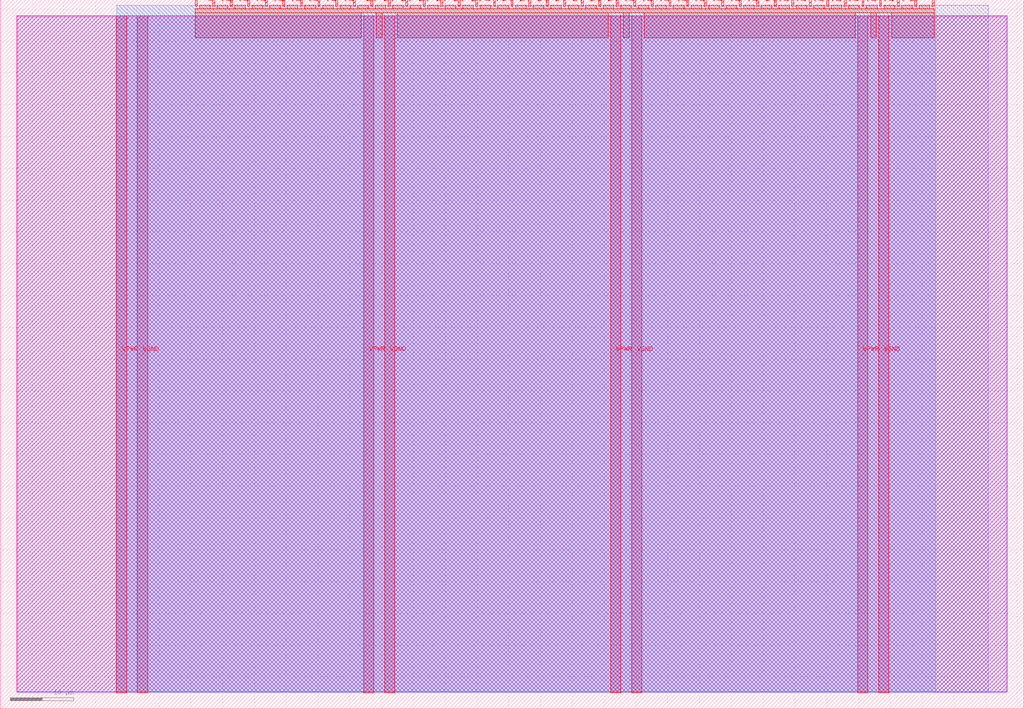
<source format=lef>
VERSION 5.7 ;
  NOWIREEXTENSIONATPIN ON ;
  DIVIDERCHAR "/" ;
  BUSBITCHARS "[]" ;
MACRO tt_um_dco
  CLASS BLOCK ;
  FOREIGN tt_um_dco ;
  ORIGIN 0.000 0.000 ;
  SIZE 161.000 BY 111.520 ;
  PIN VGND
    DIRECTION INOUT ;
    USE GROUND ;
    PORT
      LAYER met4 ;
        RECT 21.580 2.480 23.180 109.040 ;
    END
    PORT
      LAYER met4 ;
        RECT 60.450 2.480 62.050 109.040 ;
    END
    PORT
      LAYER met4 ;
        RECT 99.320 2.480 100.920 109.040 ;
    END
    PORT
      LAYER met4 ;
        RECT 138.190 2.480 139.790 109.040 ;
    END
  END VGND
  PIN VPWR
    DIRECTION INOUT ;
    USE POWER ;
    PORT
      LAYER met4 ;
        RECT 18.280 2.480 19.880 109.040 ;
    END
    PORT
      LAYER met4 ;
        RECT 57.150 2.480 58.750 109.040 ;
    END
    PORT
      LAYER met4 ;
        RECT 96.020 2.480 97.620 109.040 ;
    END
    PORT
      LAYER met4 ;
        RECT 134.890 2.480 136.490 109.040 ;
    END
  END VPWR
  PIN clk
    DIRECTION INPUT ;
    USE SIGNAL ;
    ANTENNAGATEAREA 0.852000 ;
    PORT
      LAYER met4 ;
        RECT 143.830 110.520 144.130 111.520 ;
    END
  END clk
  PIN ena
    DIRECTION INPUT ;
    USE SIGNAL ;
    ANTENNAGATEAREA 0.126000 ;
    PORT
      LAYER met4 ;
        RECT 146.590 110.520 146.890 111.520 ;
    END
  END ena
  PIN rst_n
    DIRECTION INPUT ;
    USE SIGNAL ;
    ANTENNAGATEAREA 0.213000 ;
    PORT
      LAYER met4 ;
        RECT 141.070 110.520 141.370 111.520 ;
    END
  END rst_n
  PIN ui_in[0]
    DIRECTION INPUT ;
    USE SIGNAL ;
    ANTENNAGATEAREA 0.196500 ;
    PORT
      LAYER met4 ;
        RECT 138.310 110.520 138.610 111.520 ;
    END
  END ui_in[0]
  PIN ui_in[1]
    DIRECTION INPUT ;
    USE SIGNAL ;
    ANTENNAGATEAREA 0.196500 ;
    PORT
      LAYER met4 ;
        RECT 135.550 110.520 135.850 111.520 ;
    END
  END ui_in[1]
  PIN ui_in[2]
    DIRECTION INPUT ;
    USE SIGNAL ;
    ANTENNAGATEAREA 0.196500 ;
    PORT
      LAYER met4 ;
        RECT 132.790 110.520 133.090 111.520 ;
    END
  END ui_in[2]
  PIN ui_in[3]
    DIRECTION INPUT ;
    USE SIGNAL ;
    ANTENNAGATEAREA 0.196500 ;
    PORT
      LAYER met4 ;
        RECT 130.030 110.520 130.330 111.520 ;
    END
  END ui_in[3]
  PIN ui_in[4]
    DIRECTION INPUT ;
    USE SIGNAL ;
    ANTENNAGATEAREA 0.196500 ;
    PORT
      LAYER met4 ;
        RECT 127.270 110.520 127.570 111.520 ;
    END
  END ui_in[4]
  PIN ui_in[5]
    DIRECTION INPUT ;
    USE SIGNAL ;
    ANTENNAGATEAREA 0.196500 ;
    PORT
      LAYER met4 ;
        RECT 124.510 110.520 124.810 111.520 ;
    END
  END ui_in[5]
  PIN ui_in[6]
    DIRECTION INPUT ;
    USE SIGNAL ;
    ANTENNAGATEAREA 0.196500 ;
    PORT
      LAYER met4 ;
        RECT 121.750 110.520 122.050 111.520 ;
    END
  END ui_in[6]
  PIN ui_in[7]
    DIRECTION INPUT ;
    USE SIGNAL ;
    ANTENNAGATEAREA 0.196500 ;
    PORT
      LAYER met4 ;
        RECT 118.990 110.520 119.290 111.520 ;
    END
  END ui_in[7]
  PIN uio_in[0]
    DIRECTION INPUT ;
    USE SIGNAL ;
    PORT
      LAYER met4 ;
        RECT 116.230 110.520 116.530 111.520 ;
    END
  END uio_in[0]
  PIN uio_in[1]
    DIRECTION INPUT ;
    USE SIGNAL ;
    PORT
      LAYER met4 ;
        RECT 113.470 110.520 113.770 111.520 ;
    END
  END uio_in[1]
  PIN uio_in[2]
    DIRECTION INPUT ;
    USE SIGNAL ;
    PORT
      LAYER met4 ;
        RECT 110.710 110.520 111.010 111.520 ;
    END
  END uio_in[2]
  PIN uio_in[3]
    DIRECTION INPUT ;
    USE SIGNAL ;
    PORT
      LAYER met4 ;
        RECT 107.950 110.520 108.250 111.520 ;
    END
  END uio_in[3]
  PIN uio_in[4]
    DIRECTION INPUT ;
    USE SIGNAL ;
    PORT
      LAYER met4 ;
        RECT 105.190 110.520 105.490 111.520 ;
    END
  END uio_in[4]
  PIN uio_in[5]
    DIRECTION INPUT ;
    USE SIGNAL ;
    PORT
      LAYER met4 ;
        RECT 102.430 110.520 102.730 111.520 ;
    END
  END uio_in[5]
  PIN uio_in[6]
    DIRECTION INPUT ;
    USE SIGNAL ;
    PORT
      LAYER met4 ;
        RECT 99.670 110.520 99.970 111.520 ;
    END
  END uio_in[6]
  PIN uio_in[7]
    DIRECTION INPUT ;
    USE SIGNAL ;
    PORT
      LAYER met4 ;
        RECT 96.910 110.520 97.210 111.520 ;
    END
  END uio_in[7]
  PIN uio_oe[0]
    DIRECTION OUTPUT ;
    USE SIGNAL ;
    PORT
      LAYER met4 ;
        RECT 49.990 110.520 50.290 111.520 ;
    END
  END uio_oe[0]
  PIN uio_oe[1]
    DIRECTION OUTPUT ;
    USE SIGNAL ;
    PORT
      LAYER met4 ;
        RECT 47.230 110.520 47.530 111.520 ;
    END
  END uio_oe[1]
  PIN uio_oe[2]
    DIRECTION OUTPUT ;
    USE SIGNAL ;
    PORT
      LAYER met4 ;
        RECT 44.470 110.520 44.770 111.520 ;
    END
  END uio_oe[2]
  PIN uio_oe[3]
    DIRECTION OUTPUT ;
    USE SIGNAL ;
    PORT
      LAYER met4 ;
        RECT 41.710 110.520 42.010 111.520 ;
    END
  END uio_oe[3]
  PIN uio_oe[4]
    DIRECTION OUTPUT ;
    USE SIGNAL ;
    PORT
      LAYER met4 ;
        RECT 38.950 110.520 39.250 111.520 ;
    END
  END uio_oe[4]
  PIN uio_oe[5]
    DIRECTION OUTPUT ;
    USE SIGNAL ;
    PORT
      LAYER met4 ;
        RECT 36.190 110.520 36.490 111.520 ;
    END
  END uio_oe[5]
  PIN uio_oe[6]
    DIRECTION OUTPUT ;
    USE SIGNAL ;
    PORT
      LAYER met4 ;
        RECT 33.430 110.520 33.730 111.520 ;
    END
  END uio_oe[6]
  PIN uio_oe[7]
    DIRECTION OUTPUT ;
    USE SIGNAL ;
    PORT
      LAYER met4 ;
        RECT 30.670 110.520 30.970 111.520 ;
    END
  END uio_oe[7]
  PIN uio_out[0]
    DIRECTION OUTPUT ;
    USE SIGNAL ;
    PORT
      LAYER met4 ;
        RECT 72.070 110.520 72.370 111.520 ;
    END
  END uio_out[0]
  PIN uio_out[1]
    DIRECTION OUTPUT ;
    USE SIGNAL ;
    PORT
      LAYER met4 ;
        RECT 69.310 110.520 69.610 111.520 ;
    END
  END uio_out[1]
  PIN uio_out[2]
    DIRECTION OUTPUT ;
    USE SIGNAL ;
    PORT
      LAYER met4 ;
        RECT 66.550 110.520 66.850 111.520 ;
    END
  END uio_out[2]
  PIN uio_out[3]
    DIRECTION OUTPUT ;
    USE SIGNAL ;
    PORT
      LAYER met4 ;
        RECT 63.790 110.520 64.090 111.520 ;
    END
  END uio_out[3]
  PIN uio_out[4]
    DIRECTION OUTPUT ;
    USE SIGNAL ;
    PORT
      LAYER met4 ;
        RECT 61.030 110.520 61.330 111.520 ;
    END
  END uio_out[4]
  PIN uio_out[5]
    DIRECTION OUTPUT ;
    USE SIGNAL ;
    PORT
      LAYER met4 ;
        RECT 58.270 110.520 58.570 111.520 ;
    END
  END uio_out[5]
  PIN uio_out[6]
    DIRECTION OUTPUT ;
    USE SIGNAL ;
    PORT
      LAYER met4 ;
        RECT 55.510 110.520 55.810 111.520 ;
    END
  END uio_out[6]
  PIN uio_out[7]
    DIRECTION OUTPUT ;
    USE SIGNAL ;
    PORT
      LAYER met4 ;
        RECT 52.750 110.520 53.050 111.520 ;
    END
  END uio_out[7]
  PIN uo_out[0]
    DIRECTION OUTPUT ;
    USE SIGNAL ;
    ANTENNADIFFAREA 0.445500 ;
    PORT
      LAYER met4 ;
        RECT 94.150 110.520 94.450 111.520 ;
    END
  END uo_out[0]
  PIN uo_out[1]
    DIRECTION OUTPUT ;
    USE SIGNAL ;
    PORT
      LAYER met4 ;
        RECT 91.390 110.520 91.690 111.520 ;
    END
  END uo_out[1]
  PIN uo_out[2]
    DIRECTION OUTPUT ;
    USE SIGNAL ;
    PORT
      LAYER met4 ;
        RECT 88.630 110.520 88.930 111.520 ;
    END
  END uo_out[2]
  PIN uo_out[3]
    DIRECTION OUTPUT ;
    USE SIGNAL ;
    PORT
      LAYER met4 ;
        RECT 85.870 110.520 86.170 111.520 ;
    END
  END uo_out[3]
  PIN uo_out[4]
    DIRECTION OUTPUT ;
    USE SIGNAL ;
    PORT
      LAYER met4 ;
        RECT 83.110 110.520 83.410 111.520 ;
    END
  END uo_out[4]
  PIN uo_out[5]
    DIRECTION OUTPUT ;
    USE SIGNAL ;
    PORT
      LAYER met4 ;
        RECT 80.350 110.520 80.650 111.520 ;
    END
  END uo_out[5]
  PIN uo_out[6]
    DIRECTION OUTPUT ;
    USE SIGNAL ;
    PORT
      LAYER met4 ;
        RECT 77.590 110.520 77.890 111.520 ;
    END
  END uo_out[6]
  PIN uo_out[7]
    DIRECTION OUTPUT ;
    USE SIGNAL ;
    PORT
      LAYER met4 ;
        RECT 74.830 110.520 75.130 111.520 ;
    END
  END uo_out[7]
  OBS
      LAYER nwell ;
        RECT 2.570 2.635 158.430 108.990 ;
      LAYER li1 ;
        RECT 2.760 2.635 158.240 108.885 ;
      LAYER met1 ;
        RECT 2.760 2.480 158.240 109.040 ;
      LAYER met2 ;
        RECT 18.310 2.535 155.380 110.685 ;
      LAYER met3 ;
        RECT 18.290 2.555 147.135 110.665 ;
      LAYER met4 ;
        RECT 31.370 110.120 33.030 110.665 ;
        RECT 34.130 110.120 35.790 110.665 ;
        RECT 36.890 110.120 38.550 110.665 ;
        RECT 39.650 110.120 41.310 110.665 ;
        RECT 42.410 110.120 44.070 110.665 ;
        RECT 45.170 110.120 46.830 110.665 ;
        RECT 47.930 110.120 49.590 110.665 ;
        RECT 50.690 110.120 52.350 110.665 ;
        RECT 53.450 110.120 55.110 110.665 ;
        RECT 56.210 110.120 57.870 110.665 ;
        RECT 58.970 110.120 60.630 110.665 ;
        RECT 61.730 110.120 63.390 110.665 ;
        RECT 64.490 110.120 66.150 110.665 ;
        RECT 67.250 110.120 68.910 110.665 ;
        RECT 70.010 110.120 71.670 110.665 ;
        RECT 72.770 110.120 74.430 110.665 ;
        RECT 75.530 110.120 77.190 110.665 ;
        RECT 78.290 110.120 79.950 110.665 ;
        RECT 81.050 110.120 82.710 110.665 ;
        RECT 83.810 110.120 85.470 110.665 ;
        RECT 86.570 110.120 88.230 110.665 ;
        RECT 89.330 110.120 90.990 110.665 ;
        RECT 92.090 110.120 93.750 110.665 ;
        RECT 94.850 110.120 96.510 110.665 ;
        RECT 97.610 110.120 99.270 110.665 ;
        RECT 100.370 110.120 102.030 110.665 ;
        RECT 103.130 110.120 104.790 110.665 ;
        RECT 105.890 110.120 107.550 110.665 ;
        RECT 108.650 110.120 110.310 110.665 ;
        RECT 111.410 110.120 113.070 110.665 ;
        RECT 114.170 110.120 115.830 110.665 ;
        RECT 116.930 110.120 118.590 110.665 ;
        RECT 119.690 110.120 121.350 110.665 ;
        RECT 122.450 110.120 124.110 110.665 ;
        RECT 125.210 110.120 126.870 110.665 ;
        RECT 127.970 110.120 129.630 110.665 ;
        RECT 130.730 110.120 132.390 110.665 ;
        RECT 133.490 110.120 135.150 110.665 ;
        RECT 136.250 110.120 137.910 110.665 ;
        RECT 139.010 110.120 140.670 110.665 ;
        RECT 141.770 110.120 143.430 110.665 ;
        RECT 144.530 110.120 146.190 110.665 ;
        RECT 30.655 109.440 146.905 110.120 ;
        RECT 30.655 105.575 56.750 109.440 ;
        RECT 59.150 105.575 60.050 109.440 ;
        RECT 62.450 105.575 95.620 109.440 ;
        RECT 98.020 105.575 98.920 109.440 ;
        RECT 101.320 105.575 134.490 109.440 ;
        RECT 136.890 105.575 137.790 109.440 ;
        RECT 140.190 105.575 146.905 109.440 ;
  END
END tt_um_dco
END LIBRARY


</source>
